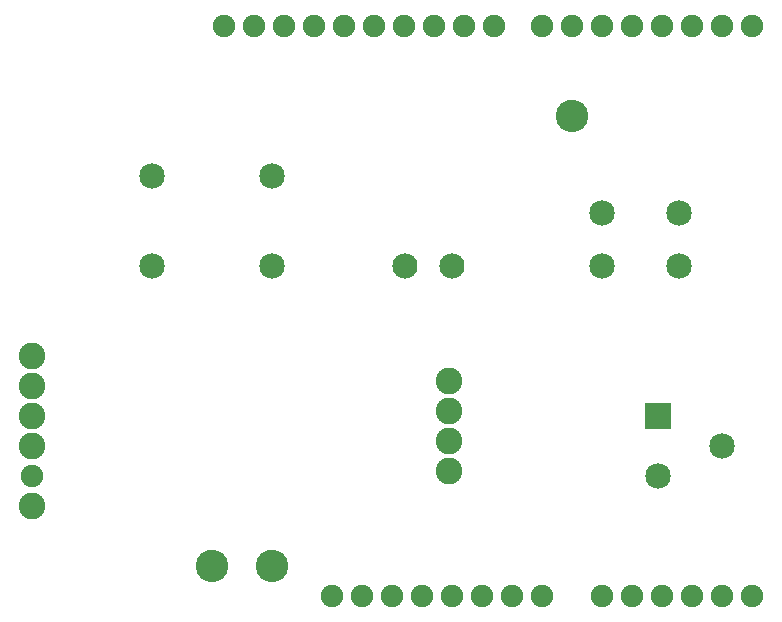
<source format=gbs>
G04 MADE WITH FRITZING*
G04 WWW.FRITZING.ORG*
G04 DOUBLE SIDED*
G04 HOLES PLATED*
G04 CONTOUR ON CENTER OF CONTOUR VECTOR*
%ASAXBY*%
%FSLAX23Y23*%
%MOIN*%
%OFA0B0*%
%SFA1.0B1.0*%
%ADD10C,0.075278*%
%ADD11C,0.085000*%
%ADD12C,0.084000*%
%ADD13C,0.088861*%
%ADD14C,0.074972*%
%ADD15C,0.088833*%
%ADD16C,0.108425*%
%ADD17R,0.085000X0.085000*%
%LNMASK0*%
G90*
G70*
G54D10*
X2145Y162D03*
X2245Y162D03*
X2345Y162D03*
X2445Y162D03*
X2545Y162D03*
X1685Y2062D03*
X1585Y2062D03*
X1485Y2062D03*
X1385Y2062D03*
X1285Y2062D03*
X1185Y2062D03*
X1085Y2062D03*
X985Y2062D03*
X885Y2062D03*
X785Y2062D03*
X2545Y2062D03*
X2445Y2062D03*
X2345Y2062D03*
X2245Y2062D03*
X2145Y2062D03*
X2045Y2062D03*
X1945Y2062D03*
X1845Y2062D03*
X1245Y162D03*
X1145Y162D03*
X1345Y162D03*
X1445Y162D03*
X1545Y162D03*
X1645Y162D03*
X1745Y162D03*
X1845Y162D03*
X2045Y162D03*
G54D11*
X2301Y1262D03*
X2045Y1262D03*
X2301Y1439D03*
X2045Y1439D03*
G54D12*
X1388Y1262D03*
X1545Y1262D03*
G54D11*
X2233Y760D03*
X2445Y662D03*
X2233Y563D03*
G54D13*
X145Y462D03*
G54D14*
X145Y562D03*
G54D13*
X145Y662D03*
X145Y762D03*
X145Y862D03*
X145Y962D03*
G54D15*
X1535Y578D03*
X1535Y678D03*
X1535Y778D03*
X1535Y878D03*
G54D11*
X545Y1562D03*
X945Y1562D03*
X545Y1262D03*
X945Y1262D03*
G54D16*
X1945Y1762D03*
X945Y262D03*
X745Y262D03*
G54D17*
X2233Y760D03*
G04 End of Mask0*
M02*
</source>
